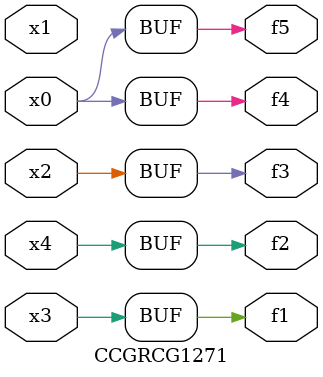
<source format=v>
module CCGRCG1271(
	input x0, x1, x2, x3, x4,
	output f1, f2, f3, f4, f5
);
	assign f1 = x3;
	assign f2 = x4;
	assign f3 = x2;
	assign f4 = x0;
	assign f5 = x0;
endmodule

</source>
